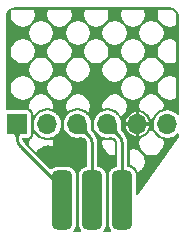
<source format=gbr>
%TF.GenerationSoftware,KiCad,Pcbnew,(6.0.1)*%
%TF.CreationDate,2022-02-07T23:00:35+01:00*%
%TF.ProjectId,pogo,706f676f-2e6b-4696-9361-645f70636258,1.0*%
%TF.SameCoordinates,Original*%
%TF.FileFunction,Copper,L1,Top*%
%TF.FilePolarity,Positive*%
%FSLAX46Y46*%
G04 Gerber Fmt 4.6, Leading zero omitted, Abs format (unit mm)*
G04 Created by KiCad (PCBNEW (6.0.1)) date 2022-02-07 23:00:35*
%MOMM*%
%LPD*%
G01*
G04 APERTURE LIST*
G04 Aperture macros list*
%AMRoundRect*
0 Rectangle with rounded corners*
0 $1 Rounding radius*
0 $2 $3 $4 $5 $6 $7 $8 $9 X,Y pos of 4 corners*
0 Add a 4 corners polygon primitive as box body*
4,1,4,$2,$3,$4,$5,$6,$7,$8,$9,$2,$3,0*
0 Add four circle primitives for the rounded corners*
1,1,$1+$1,$2,$3*
1,1,$1+$1,$4,$5*
1,1,$1+$1,$6,$7*
1,1,$1+$1,$8,$9*
0 Add four rect primitives between the rounded corners*
20,1,$1+$1,$2,$3,$4,$5,0*
20,1,$1+$1,$4,$5,$6,$7,0*
20,1,$1+$1,$6,$7,$8,$9,0*
20,1,$1+$1,$8,$9,$2,$3,0*%
G04 Aperture macros list end*
%TA.AperFunction,SMDPad,CuDef*%
%ADD10RoundRect,0.425000X0.425000X-2.075000X0.425000X2.075000X-0.425000X2.075000X-0.425000X-2.075000X0*%
%TD*%
%TA.AperFunction,ComponentPad*%
%ADD11R,1.700000X1.700000*%
%TD*%
%TA.AperFunction,ComponentPad*%
%ADD12O,1.700000X1.700000*%
%TD*%
%TA.AperFunction,ViaPad*%
%ADD13C,0.600000*%
%TD*%
%TA.AperFunction,Conductor*%
%ADD14C,0.250000*%
%TD*%
G04 APERTURE END LIST*
D10*
%TO.P,J1,1,MISO*%
%TO.N,MOSI*%
X144740000Y-117530000D03*
%TO.P,J1,3,SCK*%
%TO.N,SCK*%
X147280000Y-117530000D03*
%TO.P,J1,5,~{RST}*%
%TO.N,RST*%
X149820000Y-117530000D03*
%TD*%
D11*
%TO.P,J2,1,Pin_1*%
%TO.N,MOSI*%
X140930000Y-111105000D03*
D12*
%TO.P,J2,2,Pin_2*%
%TO.N,MISO*%
X143470000Y-111105000D03*
%TO.P,J2,3,Pin_3*%
%TO.N,SCK*%
X146010000Y-111105000D03*
%TO.P,J2,4,Pin_4*%
%TO.N,RST*%
X148550000Y-111105000D03*
%TO.P,J2,5,Pin_5*%
%TO.N,GND*%
X151090000Y-111105000D03*
%TO.P,J2,6,Pin_6*%
%TO.N,+5V*%
X153630000Y-111105000D03*
%TD*%
D13*
%TO.N,GND*%
X146304000Y-112776000D03*
X143510000Y-114046000D03*
X147574000Y-107950000D03*
%TD*%
D14*
%TO.N,MOSI*%
X144740000Y-116960214D02*
X144740000Y-117530000D01*
X141222893Y-113028893D02*
X144447107Y-116253107D01*
X140930000Y-111105000D02*
X140930000Y-112321786D01*
X141222893Y-113028893D02*
G75*
G02*
X140930000Y-112321786I707106J707106D01*
G01*
X144447107Y-116253107D02*
G75*
G02*
X144740000Y-116960214I-707106J-707106D01*
G01*
%TO.N,SCK*%
X147280000Y-112789214D02*
X147280000Y-117530000D01*
X146010000Y-111105000D02*
X146987107Y-112082107D01*
X147279999Y-112789214D02*
G75*
G03*
X146987106Y-112082108I-999993J3D01*
G01*
%TO.N,RST*%
X148550000Y-111105000D02*
X149527107Y-112082107D01*
X149820000Y-112789214D02*
X149820000Y-117530000D01*
X149527107Y-112082107D02*
G75*
G02*
X149820000Y-112789214I-707106J-707106D01*
G01*
%TD*%
%TA.AperFunction,Conductor*%
%TO.N,GND*%
G36*
X153880126Y-101231124D02*
G01*
X153899999Y-101234628D01*
X153906839Y-101233422D01*
X153926941Y-101232654D01*
X153945791Y-101234511D01*
X154029309Y-101242737D01*
X154043536Y-101245567D01*
X154160904Y-101281170D01*
X154174306Y-101286722D01*
X154282470Y-101344537D01*
X154294532Y-101352596D01*
X154389340Y-101430402D01*
X154399598Y-101440660D01*
X154477404Y-101535468D01*
X154485463Y-101547530D01*
X154543278Y-101655694D01*
X154548830Y-101669096D01*
X154584433Y-101786464D01*
X154587263Y-101800691D01*
X154597346Y-101903058D01*
X154596578Y-101923161D01*
X154595372Y-101930001D01*
X154596496Y-101936375D01*
X154598876Y-101949873D01*
X154600000Y-101962723D01*
X154600000Y-110265619D01*
X154582687Y-110313185D01*
X154538850Y-110338495D01*
X154489000Y-110329705D01*
X154475769Y-110319959D01*
X154335873Y-110190640D01*
X154335869Y-110190637D01*
X154333381Y-110188337D01*
X154293359Y-110163085D01*
X154157415Y-110077310D01*
X154157414Y-110077309D01*
X154154554Y-110075505D01*
X154151412Y-110074251D01*
X154151409Y-110074250D01*
X153961314Y-109998410D01*
X153961311Y-109998409D01*
X153958160Y-109997152D01*
X153801791Y-109966049D01*
X153754099Y-109956562D01*
X153754097Y-109956562D01*
X153750775Y-109955901D01*
X153657571Y-109954681D01*
X153542739Y-109953177D01*
X153542734Y-109953177D01*
X153539346Y-109953133D01*
X153536000Y-109953708D01*
X153535999Y-109953708D01*
X153478864Y-109963526D01*
X153330953Y-109988941D01*
X153132575Y-110062127D01*
X152950856Y-110170238D01*
X152948312Y-110172469D01*
X152948308Y-110172472D01*
X152901640Y-110213399D01*
X152791881Y-110309655D01*
X152789784Y-110312314D01*
X152789783Y-110312316D01*
X152679018Y-110452822D01*
X152660976Y-110475708D01*
X152562523Y-110662836D01*
X152561517Y-110666075D01*
X152561516Y-110666078D01*
X152545117Y-110718891D01*
X152499820Y-110864773D01*
X152474967Y-111074754D01*
X152488796Y-111285749D01*
X152489632Y-111289040D01*
X152489632Y-111289041D01*
X152499486Y-111327842D01*
X152540845Y-111490690D01*
X152542261Y-111493762D01*
X152542263Y-111493767D01*
X152627950Y-111679637D01*
X152629369Y-111682714D01*
X152631327Y-111685484D01*
X152749446Y-111852620D01*
X152749450Y-111852624D01*
X152751405Y-111855391D01*
X152753830Y-111857753D01*
X152753834Y-111857758D01*
X152801377Y-111904072D01*
X152902865Y-112002937D01*
X152905683Y-112004820D01*
X152905688Y-112004824D01*
X153061880Y-112109188D01*
X153078677Y-112120411D01*
X153081791Y-112121749D01*
X153081793Y-112121750D01*
X153194011Y-112169962D01*
X153272953Y-112203878D01*
X153401375Y-112232937D01*
X153466145Y-112247593D01*
X153479186Y-112250544D01*
X153584828Y-112254695D01*
X153687075Y-112258713D01*
X153687079Y-112258713D01*
X153690470Y-112258846D01*
X153782969Y-112245434D01*
X153896368Y-112228992D01*
X153896373Y-112228991D01*
X153899730Y-112228504D01*
X154099955Y-112160537D01*
X154102908Y-112158883D01*
X154102913Y-112158881D01*
X154281480Y-112058878D01*
X154281482Y-112058877D01*
X154284442Y-112057219D01*
X154447012Y-111922012D01*
X154469107Y-111895445D01*
X154512832Y-111869946D01*
X154562720Y-111878518D01*
X154595426Y-111917153D01*
X154600000Y-111942765D01*
X154600000Y-112169962D01*
X154586177Y-112213028D01*
X151104676Y-117077843D01*
X151062915Y-117106449D01*
X151012537Y-117101519D01*
X150977114Y-117065359D01*
X150970499Y-117034777D01*
X150970499Y-115406794D01*
X150960003Y-115305628D01*
X150906463Y-115145148D01*
X150817440Y-115001289D01*
X150756787Y-114940742D01*
X150700753Y-114884805D01*
X150700750Y-114884802D01*
X150697711Y-114881769D01*
X150694055Y-114879515D01*
X150694052Y-114879513D01*
X150557355Y-114795252D01*
X150553697Y-114792997D01*
X150480965Y-114768873D01*
X150396963Y-114741010D01*
X150396960Y-114741009D01*
X150393124Y-114739737D01*
X150345406Y-114734848D01*
X150311958Y-114731421D01*
X150266404Y-114709350D01*
X150245694Y-114663161D01*
X150245500Y-114657806D01*
X150245500Y-114548518D01*
X150443500Y-114548518D01*
X150446332Y-114549207D01*
X150451591Y-114550638D01*
X150455459Y-114551805D01*
X150616032Y-114605065D01*
X150620064Y-114606533D01*
X150625454Y-114608675D01*
X150629398Y-114610377D01*
X150644931Y-114617620D01*
X150648777Y-114619551D01*
X150653883Y-114622304D01*
X150657594Y-114624446D01*
X150801608Y-114713218D01*
X150805194Y-114715574D01*
X150809946Y-114718898D01*
X150813393Y-114721462D01*
X150826843Y-114732084D01*
X150830141Y-114734848D01*
X150834476Y-114738701D01*
X150837595Y-114741639D01*
X150957324Y-114861159D01*
X150960270Y-114864276D01*
X150964131Y-114868605D01*
X150966898Y-114871895D01*
X150977544Y-114885327D01*
X150980109Y-114888763D01*
X150983442Y-114893509D01*
X150985810Y-114897098D01*
X151074833Y-115040957D01*
X151076988Y-115044678D01*
X151079749Y-115049780D01*
X151081681Y-115053610D01*
X151088951Y-115069131D01*
X151090658Y-115073070D01*
X151092809Y-115078455D01*
X151094285Y-115082486D01*
X151134461Y-115202909D01*
X151383505Y-115036502D01*
X151479265Y-114940742D01*
X151683811Y-114634618D01*
X151754188Y-114280808D01*
X151683811Y-113926998D01*
X151479264Y-113620874D01*
X151383505Y-113525114D01*
X151077382Y-113320569D01*
X150723572Y-113250192D01*
X150443500Y-113305902D01*
X150443500Y-114548518D01*
X150245500Y-114548518D01*
X150245500Y-112828526D01*
X150246411Y-112816950D01*
X150249893Y-112794966D01*
X150249893Y-112794965D01*
X150250804Y-112789214D01*
X150247503Y-112768375D01*
X150246752Y-112761651D01*
X150246370Y-112755812D01*
X150244362Y-112725173D01*
X151248590Y-112725173D01*
X151318967Y-113078983D01*
X151523513Y-113385107D01*
X151619273Y-113480867D01*
X151925396Y-113685413D01*
X152279206Y-113755790D01*
X152633016Y-113685413D01*
X152939140Y-113480867D01*
X153034900Y-113385107D01*
X153239446Y-113078983D01*
X153309823Y-112725173D01*
X153245265Y-112400618D01*
X153229255Y-112396995D01*
X153225977Y-112396175D01*
X153221563Y-112394962D01*
X153218308Y-112393986D01*
X153205429Y-112389802D01*
X153202225Y-112388679D01*
X153197937Y-112387065D01*
X153194794Y-112385800D01*
X153000518Y-112302333D01*
X152997426Y-112300919D01*
X152993304Y-112298919D01*
X152990296Y-112297374D01*
X152978395Y-112290912D01*
X152975455Y-112289227D01*
X152971535Y-112286860D01*
X152968674Y-112285042D01*
X152792862Y-112167568D01*
X152790085Y-112165619D01*
X152786398Y-112162903D01*
X152783717Y-112160832D01*
X152773192Y-112152309D01*
X152770613Y-112150121D01*
X152767189Y-112147079D01*
X152764701Y-112144764D01*
X152613241Y-111997218D01*
X152610860Y-111994789D01*
X152607729Y-111991445D01*
X152605476Y-111988926D01*
X152596682Y-111978629D01*
X152594542Y-111976004D01*
X152591731Y-111972390D01*
X152589711Y-111969666D01*
X152467675Y-111796989D01*
X152465784Y-111794179D01*
X152463316Y-111790324D01*
X152461554Y-111787428D01*
X152454782Y-111775700D01*
X152453153Y-111772724D01*
X152451046Y-111768655D01*
X152449556Y-111765608D01*
X152430693Y-111724689D01*
X152279206Y-111694557D01*
X152114315Y-111727356D01*
X152083260Y-111782023D01*
X152081396Y-111785124D01*
X152078778Y-111789249D01*
X152076767Y-111792253D01*
X152068442Y-111804054D01*
X152066288Y-111806954D01*
X152063281Y-111810803D01*
X152060985Y-111813599D01*
X151932843Y-111962053D01*
X151930415Y-111964730D01*
X151927046Y-111968268D01*
X151924488Y-111970827D01*
X151914029Y-111980787D01*
X151911341Y-111983223D01*
X151907643Y-111986414D01*
X151904858Y-111988702D01*
X151750321Y-112109440D01*
X151747425Y-112111591D01*
X151743434Y-112114407D01*
X151740424Y-112116422D01*
X151728230Y-112124161D01*
X151725126Y-112126026D01*
X151720878Y-112128439D01*
X151717694Y-112130147D01*
X151542648Y-112218568D01*
X151539382Y-112220118D01*
X151534917Y-112222106D01*
X151531575Y-112223497D01*
X151518110Y-112228719D01*
X151514708Y-112229944D01*
X151510075Y-112231485D01*
X151506620Y-112232541D01*
X151389962Y-112265113D01*
X151318967Y-112371363D01*
X151248590Y-112725173D01*
X150244362Y-112725173D01*
X150240756Y-112670161D01*
X150236496Y-112605157D01*
X150236496Y-112605153D01*
X150236338Y-112602750D01*
X150231927Y-112580575D01*
X150200356Y-112421857D01*
X150200355Y-112421851D01*
X150199882Y-112419476D01*
X150195789Y-112407418D01*
X150140597Y-112244825D01*
X150140595Y-112244819D01*
X150139817Y-112242528D01*
X150135004Y-112232767D01*
X150072187Y-112105388D01*
X150057169Y-112074934D01*
X149953352Y-111919562D01*
X149848347Y-111799826D01*
X149844128Y-111794546D01*
X149831731Y-111777483D01*
X149815697Y-111765833D01*
X149804000Y-111755256D01*
X149771225Y-111718551D01*
X149765604Y-111711421D01*
X149734136Y-111666024D01*
X149729166Y-111657749D01*
X149723172Y-111646110D01*
X149708860Y-111618320D01*
X149704980Y-111609383D01*
X149692001Y-111573119D01*
X149689429Y-111564208D01*
X149681315Y-111527628D01*
X149679979Y-111519477D01*
X149675702Y-111479508D01*
X149675289Y-111472671D01*
X149674652Y-111427229D01*
X149674761Y-111422051D01*
X149677674Y-111370081D01*
X149677937Y-111366746D01*
X149683930Y-111307725D01*
X149684079Y-111306379D01*
X149687171Y-111280628D01*
X149687404Y-111278871D01*
X149689735Y-111262792D01*
X150099687Y-111262792D01*
X150101366Y-111282786D01*
X150102667Y-111289873D01*
X150154727Y-111471427D01*
X150157377Y-111478122D01*
X150243711Y-111646110D01*
X150247616Y-111652168D01*
X150364930Y-111800182D01*
X150369935Y-111805366D01*
X150513768Y-111927776D01*
X150519687Y-111931890D01*
X150684555Y-112024032D01*
X150691156Y-112026915D01*
X150870780Y-112085278D01*
X150877825Y-112086827D01*
X150927043Y-112092696D01*
X150937400Y-112090267D01*
X150940000Y-112086791D01*
X150940000Y-112083409D01*
X151240000Y-112083409D01*
X151243638Y-112093405D01*
X151247876Y-112095851D01*
X151260877Y-112094851D01*
X151267977Y-112093599D01*
X151449891Y-112042807D01*
X151456599Y-112040206D01*
X151625195Y-111955043D01*
X151631269Y-111951188D01*
X151780104Y-111834905D01*
X151785323Y-111829935D01*
X151908736Y-111686959D01*
X151912885Y-111681079D01*
X152006180Y-111516848D01*
X152009108Y-111510273D01*
X152068725Y-111331056D01*
X152070322Y-111324031D01*
X152077407Y-111267944D01*
X152075051Y-111257573D01*
X152071660Y-111255000D01*
X151253048Y-111255000D01*
X151243052Y-111258638D01*
X151240000Y-111263925D01*
X151240000Y-112083409D01*
X150940000Y-112083409D01*
X150940000Y-111268048D01*
X150936362Y-111258052D01*
X150931075Y-111255000D01*
X150112081Y-111255000D01*
X150102085Y-111258638D01*
X150099687Y-111262792D01*
X149689735Y-111262792D01*
X149703846Y-111165470D01*
X149705429Y-111105000D01*
X149691646Y-110955000D01*
X149690455Y-110942033D01*
X150101965Y-110942033D01*
X150104466Y-110952372D01*
X150108030Y-110955000D01*
X150926952Y-110955000D01*
X150936948Y-110951362D01*
X150940000Y-110946075D01*
X150940000Y-110941952D01*
X151240000Y-110941952D01*
X151243638Y-110951948D01*
X151248925Y-110955000D01*
X152067083Y-110955000D01*
X152077079Y-110951362D01*
X152079383Y-110947371D01*
X152076055Y-110913428D01*
X152074656Y-110906361D01*
X152020065Y-110725549D01*
X152017321Y-110718891D01*
X151928651Y-110552126D01*
X151924665Y-110546127D01*
X151805291Y-110399760D01*
X151800215Y-110394649D01*
X151654694Y-110274263D01*
X151648709Y-110270226D01*
X151482574Y-110180397D01*
X151475936Y-110177607D01*
X151295510Y-110121756D01*
X151288450Y-110120307D01*
X151252976Y-110116578D01*
X151242657Y-110119151D01*
X151240000Y-110122808D01*
X151240000Y-110941952D01*
X150940000Y-110941952D01*
X150940000Y-110127523D01*
X150936362Y-110117527D01*
X150932290Y-110115177D01*
X150905316Y-110117631D01*
X150898238Y-110118982D01*
X150717048Y-110172310D01*
X150710378Y-110175004D01*
X150542994Y-110262510D01*
X150536967Y-110266454D01*
X150389770Y-110384803D01*
X150384623Y-110389844D01*
X150263221Y-110534525D01*
X150259152Y-110540469D01*
X150168159Y-110705984D01*
X150165323Y-110712601D01*
X150108212Y-110892635D01*
X150106716Y-110899674D01*
X150101965Y-110942033D01*
X149690455Y-110942033D01*
X149686392Y-110897819D01*
X149686391Y-110897814D01*
X149686081Y-110894440D01*
X149676801Y-110861533D01*
X149636571Y-110718891D01*
X149628686Y-110690931D01*
X149535165Y-110501290D01*
X149520001Y-110480982D01*
X149410683Y-110334588D01*
X149410682Y-110334587D01*
X149408651Y-110331867D01*
X149320156Y-110250063D01*
X149255873Y-110190640D01*
X149255869Y-110190637D01*
X149253381Y-110188337D01*
X149213359Y-110163085D01*
X149077415Y-110077310D01*
X149077414Y-110077309D01*
X149074554Y-110075505D01*
X149071412Y-110074251D01*
X149071409Y-110074250D01*
X148881314Y-109998410D01*
X148881311Y-109998409D01*
X148878160Y-109997152D01*
X148721791Y-109966049D01*
X148674099Y-109956562D01*
X148674097Y-109956562D01*
X148670775Y-109955901D01*
X148577571Y-109954681D01*
X148462739Y-109953177D01*
X148462734Y-109953177D01*
X148459346Y-109953133D01*
X148456000Y-109953708D01*
X148455999Y-109953708D01*
X148398864Y-109963526D01*
X148250953Y-109988941D01*
X148052575Y-110062127D01*
X147870856Y-110170238D01*
X147868312Y-110172469D01*
X147868308Y-110172472D01*
X147821640Y-110213399D01*
X147711881Y-110309655D01*
X147709784Y-110312314D01*
X147709783Y-110312316D01*
X147599018Y-110452822D01*
X147580976Y-110475708D01*
X147482523Y-110662836D01*
X147481517Y-110666075D01*
X147481516Y-110666078D01*
X147465117Y-110718891D01*
X147419820Y-110864773D01*
X147394967Y-111074754D01*
X147408796Y-111285749D01*
X147409632Y-111289040D01*
X147409632Y-111289041D01*
X147419486Y-111327842D01*
X147460845Y-111490690D01*
X147462261Y-111493762D01*
X147462263Y-111493767D01*
X147547950Y-111679637D01*
X147549369Y-111682714D01*
X147551327Y-111685484D01*
X147669446Y-111852620D01*
X147669450Y-111852624D01*
X147671405Y-111855391D01*
X147673830Y-111857753D01*
X147673834Y-111857758D01*
X147721377Y-111904072D01*
X147822865Y-112002937D01*
X147825683Y-112004820D01*
X147825688Y-112004824D01*
X147981880Y-112109188D01*
X147998677Y-112120411D01*
X148001791Y-112121749D01*
X148001793Y-112121750D01*
X148114011Y-112169962D01*
X148192953Y-112203878D01*
X148321375Y-112232937D01*
X148386145Y-112247593D01*
X148399186Y-112250544D01*
X148504828Y-112254695D01*
X148607075Y-112258713D01*
X148607079Y-112258713D01*
X148610470Y-112258846D01*
X148723871Y-112242404D01*
X148725619Y-112242172D01*
X148731226Y-112241499D01*
X148751379Y-112239079D01*
X148752726Y-112238930D01*
X148811749Y-112232937D01*
X148815083Y-112232674D01*
X148822946Y-112232233D01*
X148867058Y-112229761D01*
X148872223Y-112229652D01*
X148904567Y-112230105D01*
X148906480Y-112230132D01*
X148917674Y-112230289D01*
X148924507Y-112230702D01*
X148931828Y-112231485D01*
X148964474Y-112234978D01*
X148972627Y-112236314D01*
X149009209Y-112244429D01*
X149018119Y-112247001D01*
X149026859Y-112250129D01*
X149050450Y-112258573D01*
X149050454Y-112258575D01*
X149050460Y-112258577D01*
X149050474Y-112258583D01*
X149054382Y-112259981D01*
X149063319Y-112263861D01*
X149102750Y-112284167D01*
X149111021Y-112289134D01*
X149156421Y-112320604D01*
X149163551Y-112326225D01*
X149200256Y-112359000D01*
X149210833Y-112370697D01*
X149222483Y-112386731D01*
X149227194Y-112390154D01*
X149227196Y-112390156D01*
X149231712Y-112393437D01*
X149245418Y-112406358D01*
X149286727Y-112456693D01*
X149293058Y-112464407D01*
X149301116Y-112476468D01*
X149337015Y-112543629D01*
X149347332Y-112562931D01*
X149352884Y-112576334D01*
X149381345Y-112670161D01*
X149384175Y-112684388D01*
X149391535Y-112759118D01*
X149390981Y-112777943D01*
X149389196Y-112789214D01*
X149390107Y-112794965D01*
X149390107Y-112794966D01*
X149393589Y-112816950D01*
X149394500Y-112828526D01*
X149394500Y-114657832D01*
X149377187Y-114705398D01*
X149333350Y-114730708D01*
X149328142Y-114731436D01*
X149245628Y-114739997D01*
X149085148Y-114793537D01*
X148941289Y-114882560D01*
X148893845Y-114930087D01*
X148824805Y-114999247D01*
X148824802Y-114999250D01*
X148821769Y-115002289D01*
X148819515Y-115005945D01*
X148819513Y-115005948D01*
X148754661Y-115111158D01*
X148732997Y-115146303D01*
X148679737Y-115306876D01*
X148669500Y-115406793D01*
X148669501Y-119653206D01*
X148679997Y-119754372D01*
X148733537Y-119914852D01*
X148822560Y-120058711D01*
X148867556Y-120103628D01*
X148888989Y-120149486D01*
X148875931Y-120198391D01*
X148834491Y-120227462D01*
X148815276Y-120230000D01*
X148284674Y-120230000D01*
X148237108Y-120212687D01*
X148211798Y-120168850D01*
X148220588Y-120119000D01*
X148232303Y-120103720D01*
X148275191Y-120060757D01*
X148275194Y-120060754D01*
X148278231Y-120057711D01*
X148280485Y-120054055D01*
X148280487Y-120054052D01*
X148364748Y-119917355D01*
X148367003Y-119913697D01*
X148420263Y-119753124D01*
X148430500Y-119653207D01*
X148430499Y-115406794D01*
X148420003Y-115305628D01*
X148366463Y-115145148D01*
X148277440Y-115001289D01*
X148216787Y-114940742D01*
X148160753Y-114884805D01*
X148160750Y-114884802D01*
X148157711Y-114881769D01*
X148154055Y-114879515D01*
X148154052Y-114879513D01*
X148017355Y-114795252D01*
X148013697Y-114792997D01*
X147940965Y-114768873D01*
X147856963Y-114741010D01*
X147856960Y-114741009D01*
X147853124Y-114739737D01*
X147805406Y-114734848D01*
X147771958Y-114731421D01*
X147726404Y-114709350D01*
X147705694Y-114663161D01*
X147705500Y-114657806D01*
X147705500Y-112828527D01*
X147706411Y-112816951D01*
X147709893Y-112794967D01*
X147709893Y-112794965D01*
X147710804Y-112789215D01*
X147707503Y-112768374D01*
X147706750Y-112761638D01*
X147706099Y-112751696D01*
X147704361Y-112725173D01*
X148137320Y-112725173D01*
X148207697Y-113078983D01*
X148412243Y-113385107D01*
X148508003Y-113480867D01*
X148814127Y-113685413D01*
X149167937Y-113755790D01*
X149196500Y-113750109D01*
X149196500Y-112838283D01*
X149193634Y-112820188D01*
X149192951Y-112814422D01*
X149192335Y-112806600D01*
X149192107Y-112800790D01*
X149192107Y-112777639D01*
X149192335Y-112771836D01*
X149192950Y-112764017D01*
X149193010Y-112763514D01*
X149188325Y-112715948D01*
X149166955Y-112645497D01*
X149132253Y-112580575D01*
X149101932Y-112543629D01*
X149101535Y-112543316D01*
X149095569Y-112538220D01*
X149091305Y-112534279D01*
X149074935Y-112517909D01*
X149070994Y-112513645D01*
X149065898Y-112507679D01*
X149062297Y-112503112D01*
X149058465Y-112497838D01*
X149037357Y-112478989D01*
X149004879Y-112456477D01*
X148979961Y-112443643D01*
X148958725Y-112436043D01*
X148936517Y-112431117D01*
X148909160Y-112428190D01*
X148903700Y-112428113D01*
X148873798Y-112427694D01*
X148828943Y-112430208D01*
X148773855Y-112435802D01*
X148750781Y-112438572D01*
X148638882Y-112454797D01*
X148635503Y-112455208D01*
X148630946Y-112455656D01*
X148627580Y-112455910D01*
X148614057Y-112456619D01*
X148610668Y-112456718D01*
X148606087Y-112456748D01*
X148602697Y-112456693D01*
X148391413Y-112448391D01*
X148388034Y-112448181D01*
X148383470Y-112447792D01*
X148380093Y-112447426D01*
X148366666Y-112445658D01*
X148363318Y-112445139D01*
X148358810Y-112444334D01*
X148355487Y-112443661D01*
X148200301Y-112408546D01*
X148137320Y-112725173D01*
X147704361Y-112725173D01*
X147699210Y-112646593D01*
X147696495Y-112605159D01*
X147696495Y-112605156D01*
X147696337Y-112602751D01*
X147666567Y-112453084D01*
X147660356Y-112421858D01*
X147660355Y-112421855D01*
X147659882Y-112419476D01*
X147648767Y-112386731D01*
X147600594Y-112244819D01*
X147600592Y-112244815D01*
X147599816Y-112242528D01*
X147595003Y-112232767D01*
X147532186Y-112105388D01*
X147517168Y-112074934D01*
X147413351Y-111919562D01*
X147308360Y-111799843D01*
X147304131Y-111794550D01*
X147303862Y-111794179D01*
X147291731Y-111777482D01*
X147287017Y-111774057D01*
X147287016Y-111774056D01*
X147275700Y-111765834D01*
X147264000Y-111755256D01*
X147231225Y-111718552D01*
X147225604Y-111711421D01*
X147194136Y-111666024D01*
X147189166Y-111657749D01*
X147183172Y-111646110D01*
X147168860Y-111618320D01*
X147164980Y-111609383D01*
X147152001Y-111573119D01*
X147149429Y-111564208D01*
X147141315Y-111527628D01*
X147139979Y-111519477D01*
X147135702Y-111479508D01*
X147135289Y-111472671D01*
X147134652Y-111427229D01*
X147134761Y-111422051D01*
X147137674Y-111370081D01*
X147137937Y-111366746D01*
X147143930Y-111307725D01*
X147144079Y-111306379D01*
X147147171Y-111280628D01*
X147147404Y-111278871D01*
X147163846Y-111165470D01*
X147165429Y-111105000D01*
X147151646Y-110955000D01*
X147146392Y-110897819D01*
X147146391Y-110897814D01*
X147146081Y-110894440D01*
X147136801Y-110861533D01*
X147096571Y-110718891D01*
X147088686Y-110690931D01*
X146995165Y-110501290D01*
X146980001Y-110480982D01*
X146870683Y-110334588D01*
X146870682Y-110334587D01*
X146868651Y-110331867D01*
X146780156Y-110250063D01*
X146715873Y-110190640D01*
X146715869Y-110190637D01*
X146713381Y-110188337D01*
X146673359Y-110163085D01*
X146537415Y-110077310D01*
X146537414Y-110077309D01*
X146534554Y-110075505D01*
X146531412Y-110074251D01*
X146531409Y-110074250D01*
X146341314Y-109998410D01*
X146341311Y-109998409D01*
X146338160Y-109997152D01*
X146181791Y-109966049D01*
X146134099Y-109956562D01*
X146134097Y-109956562D01*
X146130775Y-109955901D01*
X146037571Y-109954681D01*
X145922739Y-109953177D01*
X145922734Y-109953177D01*
X145919346Y-109953133D01*
X145916000Y-109953708D01*
X145915999Y-109953708D01*
X145858864Y-109963526D01*
X145710953Y-109988941D01*
X145512575Y-110062127D01*
X145330856Y-110170238D01*
X145328312Y-110172469D01*
X145328308Y-110172472D01*
X145281640Y-110213399D01*
X145171881Y-110309655D01*
X145169784Y-110312314D01*
X145169783Y-110312316D01*
X145059018Y-110452822D01*
X145040976Y-110475708D01*
X144942523Y-110662836D01*
X144941517Y-110666075D01*
X144941516Y-110666078D01*
X144925117Y-110718891D01*
X144879820Y-110864773D01*
X144854967Y-111074754D01*
X144868796Y-111285749D01*
X144869632Y-111289040D01*
X144869632Y-111289041D01*
X144879486Y-111327842D01*
X144920845Y-111490690D01*
X144922261Y-111493762D01*
X144922263Y-111493767D01*
X145007950Y-111679637D01*
X145009369Y-111682714D01*
X145011327Y-111685484D01*
X145129446Y-111852620D01*
X145129450Y-111852624D01*
X145131405Y-111855391D01*
X145133830Y-111857753D01*
X145133834Y-111857758D01*
X145181377Y-111904072D01*
X145282865Y-112002937D01*
X145285683Y-112004820D01*
X145285688Y-112004824D01*
X145441880Y-112109188D01*
X145458677Y-112120411D01*
X145461791Y-112121749D01*
X145461793Y-112121750D01*
X145574011Y-112169962D01*
X145652953Y-112203878D01*
X145781375Y-112232937D01*
X145846145Y-112247593D01*
X145859186Y-112250544D01*
X145964828Y-112254695D01*
X146067075Y-112258713D01*
X146067079Y-112258713D01*
X146070470Y-112258846D01*
X146183871Y-112242404D01*
X146185619Y-112242172D01*
X146191226Y-112241499D01*
X146211379Y-112239079D01*
X146212726Y-112238930D01*
X146271749Y-112232937D01*
X146275083Y-112232674D01*
X146282946Y-112232233D01*
X146327058Y-112229761D01*
X146332223Y-112229652D01*
X146364567Y-112230105D01*
X146366480Y-112230132D01*
X146377674Y-112230289D01*
X146384507Y-112230702D01*
X146391828Y-112231485D01*
X146424474Y-112234978D01*
X146432627Y-112236314D01*
X146469209Y-112244429D01*
X146478119Y-112247001D01*
X146486859Y-112250129D01*
X146510450Y-112258573D01*
X146510454Y-112258575D01*
X146510460Y-112258577D01*
X146510474Y-112258583D01*
X146514382Y-112259981D01*
X146523319Y-112263861D01*
X146562750Y-112284167D01*
X146571021Y-112289134D01*
X146616421Y-112320604D01*
X146623551Y-112326225D01*
X146660256Y-112359000D01*
X146670830Y-112370694D01*
X146682483Y-112386732D01*
X146687195Y-112390155D01*
X146691712Y-112393437D01*
X146705418Y-112406359D01*
X146753057Y-112464407D01*
X146761115Y-112476468D01*
X146797014Y-112543629D01*
X146807331Y-112562931D01*
X146812883Y-112576334D01*
X146841344Y-112670161D01*
X146844174Y-112684387D01*
X146851535Y-112759118D01*
X146850980Y-112777948D01*
X146849196Y-112789213D01*
X146850107Y-112794965D01*
X146853589Y-112816949D01*
X146854500Y-112828525D01*
X146854500Y-114657832D01*
X146837187Y-114705398D01*
X146793350Y-114730708D01*
X146788142Y-114731436D01*
X146705628Y-114739997D01*
X146545148Y-114793537D01*
X146401289Y-114882560D01*
X146353845Y-114930087D01*
X146284805Y-114999247D01*
X146284802Y-114999250D01*
X146281769Y-115002289D01*
X146279515Y-115005945D01*
X146279513Y-115005948D01*
X146214661Y-115111158D01*
X146192997Y-115146303D01*
X146139737Y-115306876D01*
X146129500Y-115406793D01*
X146129501Y-119653206D01*
X146139997Y-119754372D01*
X146193537Y-119914852D01*
X146282560Y-120058711D01*
X146327556Y-120103628D01*
X146348989Y-120149486D01*
X146335931Y-120198391D01*
X146294491Y-120227462D01*
X146275276Y-120230000D01*
X145744674Y-120230000D01*
X145697108Y-120212687D01*
X145671798Y-120168850D01*
X145680588Y-120119000D01*
X145692303Y-120103720D01*
X145735191Y-120060757D01*
X145735194Y-120060754D01*
X145738231Y-120057711D01*
X145740485Y-120054055D01*
X145740487Y-120054052D01*
X145824748Y-119917355D01*
X145827003Y-119913697D01*
X145880263Y-119753124D01*
X145890500Y-119653207D01*
X145890499Y-115406794D01*
X145880003Y-115305628D01*
X145826463Y-115145148D01*
X145737440Y-115001289D01*
X145676787Y-114940742D01*
X145620753Y-114884805D01*
X145620750Y-114884802D01*
X145617711Y-114881769D01*
X145614055Y-114879515D01*
X145614052Y-114879513D01*
X145477355Y-114795252D01*
X145473697Y-114792997D01*
X145400965Y-114768873D01*
X145316963Y-114741010D01*
X145316960Y-114741009D01*
X145313124Y-114739737D01*
X145213207Y-114729500D01*
X144741993Y-114729500D01*
X144266794Y-114729501D01*
X144165628Y-114739997D01*
X144005148Y-114793537D01*
X143861289Y-114882560D01*
X143858251Y-114885604D01*
X143858249Y-114885605D01*
X143822203Y-114921713D01*
X143776346Y-114943146D01*
X143727440Y-114930087D01*
X143717506Y-114921759D01*
X141551560Y-112755812D01*
X141544019Y-112746982D01*
X141530938Y-112728978D01*
X141528174Y-112725173D01*
X141914781Y-112725173D01*
X141943049Y-112867287D01*
X142542656Y-113466895D01*
X142572412Y-113412771D01*
X142580571Y-113400855D01*
X142713262Y-113242719D01*
X142723580Y-113232614D01*
X142884460Y-113103263D01*
X142896545Y-113095355D01*
X143079486Y-112999716D01*
X143092877Y-112994306D01*
X143290909Y-112936022D01*
X143305095Y-112933316D01*
X143510677Y-112914607D01*
X143525119Y-112914707D01*
X143730420Y-112936285D01*
X143744567Y-112939189D01*
X143922487Y-112994264D01*
X143976013Y-112725173D01*
X143907484Y-112380657D01*
X143803374Y-112415997D01*
X143800139Y-112417013D01*
X143795739Y-112418285D01*
X143792462Y-112419152D01*
X143779295Y-112422313D01*
X143775983Y-112423028D01*
X143771486Y-112423892D01*
X143768143Y-112424455D01*
X143558883Y-112454797D01*
X143555504Y-112455208D01*
X143550947Y-112455656D01*
X143547581Y-112455910D01*
X143534057Y-112456619D01*
X143530668Y-112456718D01*
X143526087Y-112456748D01*
X143522697Y-112456693D01*
X143311413Y-112448391D01*
X143308034Y-112448181D01*
X143303470Y-112447792D01*
X143300093Y-112447426D01*
X143286666Y-112445658D01*
X143283318Y-112445139D01*
X143278810Y-112444334D01*
X143275487Y-112443661D01*
X143069254Y-112396995D01*
X143065977Y-112396175D01*
X143061563Y-112394962D01*
X143058308Y-112393986D01*
X143045429Y-112389802D01*
X143042225Y-112388679D01*
X143037937Y-112387065D01*
X143034794Y-112385800D01*
X142840518Y-112302333D01*
X142837426Y-112300919D01*
X142833304Y-112298919D01*
X142830296Y-112297374D01*
X142818395Y-112290912D01*
X142815455Y-112289227D01*
X142811535Y-112286860D01*
X142808674Y-112285042D01*
X142632862Y-112167568D01*
X142630085Y-112165619D01*
X142626398Y-112162903D01*
X142623717Y-112160832D01*
X142613192Y-112152309D01*
X142610613Y-112150121D01*
X142607189Y-112147079D01*
X142604701Y-112144764D01*
X142453241Y-111997218D01*
X142450860Y-111994789D01*
X142447729Y-111991445D01*
X142445476Y-111988926D01*
X142436682Y-111978629D01*
X142434542Y-111976004D01*
X142431731Y-111972390D01*
X142429710Y-111969666D01*
X142383353Y-111904072D01*
X142285463Y-111969480D01*
X142278500Y-111976443D01*
X142278500Y-111999646D01*
X142278469Y-112001788D01*
X142278385Y-112004689D01*
X142278291Y-112006840D01*
X142277793Y-112015409D01*
X142277638Y-112017546D01*
X142277386Y-112020435D01*
X142277168Y-112022574D01*
X142274174Y-112048255D01*
X142273325Y-112053741D01*
X142271901Y-112061102D01*
X142270643Y-112066510D01*
X142264822Y-112087863D01*
X142263158Y-112093170D01*
X142260648Y-112100236D01*
X142258598Y-112105388D01*
X142213333Y-112207774D01*
X142210298Y-112213865D01*
X142205823Y-112221898D01*
X142202234Y-112227695D01*
X142186924Y-112250053D01*
X142182821Y-112255489D01*
X142176952Y-112262564D01*
X142172369Y-112267598D01*
X142093281Y-112346824D01*
X142088253Y-112351418D01*
X142081188Y-112357299D01*
X142075760Y-112361410D01*
X142053428Y-112376759D01*
X142047642Y-112380355D01*
X142039618Y-112384844D01*
X142033529Y-112387892D01*
X141976863Y-112413062D01*
X141914781Y-112725173D01*
X141528174Y-112725173D01*
X141527517Y-112724269D01*
X141522810Y-112720849D01*
X141522807Y-112720846D01*
X141518288Y-112717563D01*
X141504581Y-112704641D01*
X141482007Y-112677134D01*
X141456942Y-112646592D01*
X141448883Y-112634531D01*
X141402667Y-112548065D01*
X141397116Y-112534666D01*
X141368655Y-112440839D01*
X141365825Y-112426612D01*
X141358465Y-112351882D01*
X141359019Y-112333057D01*
X141360277Y-112325112D01*
X141360804Y-112321789D01*
X141362596Y-112322073D01*
X141377206Y-112281934D01*
X141421043Y-112256624D01*
X141433893Y-112255500D01*
X141824646Y-112255500D01*
X141850846Y-112252382D01*
X141953153Y-112206939D01*
X142032241Y-112127713D01*
X142035470Y-112120411D01*
X142075256Y-112030417D01*
X142075256Y-112030415D01*
X142077506Y-112025327D01*
X142078663Y-112015409D01*
X142080252Y-112001775D01*
X142080252Y-112001771D01*
X142080500Y-111999646D01*
X142080500Y-111074754D01*
X142314967Y-111074754D01*
X142328796Y-111285749D01*
X142329632Y-111289040D01*
X142329632Y-111289041D01*
X142339486Y-111327842D01*
X142380845Y-111490690D01*
X142382261Y-111493762D01*
X142382263Y-111493767D01*
X142467950Y-111679637D01*
X142469369Y-111682714D01*
X142471327Y-111685484D01*
X142589446Y-111852620D01*
X142589450Y-111852624D01*
X142591405Y-111855391D01*
X142593830Y-111857753D01*
X142593834Y-111857758D01*
X142641377Y-111904072D01*
X142742865Y-112002937D01*
X142745683Y-112004820D01*
X142745688Y-112004824D01*
X142901880Y-112109188D01*
X142918677Y-112120411D01*
X142921791Y-112121749D01*
X142921793Y-112121750D01*
X143034011Y-112169962D01*
X143112953Y-112203878D01*
X143241375Y-112232937D01*
X143306145Y-112247593D01*
X143319186Y-112250544D01*
X143424828Y-112254695D01*
X143527075Y-112258713D01*
X143527079Y-112258713D01*
X143530470Y-112258846D01*
X143622969Y-112245434D01*
X143736368Y-112228992D01*
X143736373Y-112228991D01*
X143739730Y-112228504D01*
X143939955Y-112160537D01*
X143942908Y-112158883D01*
X143942913Y-112158881D01*
X144121480Y-112058878D01*
X144121482Y-112058877D01*
X144124442Y-112057219D01*
X144287012Y-111922012D01*
X144422219Y-111759442D01*
X144445119Y-111718551D01*
X144523881Y-111577913D01*
X144523883Y-111577908D01*
X144525537Y-111574955D01*
X144593504Y-111374730D01*
X144593991Y-111371373D01*
X144593992Y-111371368D01*
X144623533Y-111167629D01*
X144623533Y-111167628D01*
X144623846Y-111165470D01*
X144625429Y-111105000D01*
X144611646Y-110955000D01*
X144606392Y-110897819D01*
X144606391Y-110897814D01*
X144606081Y-110894440D01*
X144596801Y-110861533D01*
X144556571Y-110718891D01*
X144548686Y-110690931D01*
X144455165Y-110501290D01*
X144440001Y-110480982D01*
X144330683Y-110334588D01*
X144330682Y-110334587D01*
X144328651Y-110331867D01*
X144240156Y-110250063D01*
X144175873Y-110190640D01*
X144175869Y-110190637D01*
X144173381Y-110188337D01*
X144133359Y-110163085D01*
X143997415Y-110077310D01*
X143997414Y-110077309D01*
X143994554Y-110075505D01*
X143991412Y-110074251D01*
X143991409Y-110074250D01*
X143801314Y-109998410D01*
X143801311Y-109998409D01*
X143798160Y-109997152D01*
X143641791Y-109966049D01*
X143594099Y-109956562D01*
X143594097Y-109956562D01*
X143590775Y-109955901D01*
X143497571Y-109954681D01*
X143382739Y-109953177D01*
X143382734Y-109953177D01*
X143379346Y-109953133D01*
X143376000Y-109953708D01*
X143375999Y-109953708D01*
X143318864Y-109963526D01*
X143170953Y-109988941D01*
X142972575Y-110062127D01*
X142790856Y-110170238D01*
X142788312Y-110172469D01*
X142788308Y-110172472D01*
X142741640Y-110213399D01*
X142631881Y-110309655D01*
X142629784Y-110312314D01*
X142629783Y-110312316D01*
X142519018Y-110452822D01*
X142500976Y-110475708D01*
X142402523Y-110662836D01*
X142401517Y-110666075D01*
X142401516Y-110666078D01*
X142385117Y-110718891D01*
X142339820Y-110864773D01*
X142314967Y-111074754D01*
X142080500Y-111074754D01*
X142080500Y-110210354D01*
X142077382Y-110184154D01*
X142031939Y-110081847D01*
X141952713Y-110002759D01*
X141946465Y-109999997D01*
X141946464Y-109999996D01*
X141855417Y-109959744D01*
X141855415Y-109959744D01*
X141850327Y-109957494D01*
X141844799Y-109956850D01*
X141844797Y-109956849D01*
X141826775Y-109954748D01*
X141826771Y-109954748D01*
X141824646Y-109954500D01*
X140035354Y-109954500D01*
X140035354Y-109953552D01*
X139989860Y-109939974D01*
X139962009Y-109897706D01*
X139960000Y-109880580D01*
X139960000Y-109613904D01*
X141914781Y-109613904D01*
X141948715Y-109784504D01*
X142032774Y-109821667D01*
X142038865Y-109824702D01*
X142046898Y-109829177D01*
X142052695Y-109832766D01*
X142075053Y-109848076D01*
X142080489Y-109852179D01*
X142087564Y-109858048D01*
X142092598Y-109862631D01*
X142171824Y-109941719D01*
X142176418Y-109946747D01*
X142182299Y-109953812D01*
X142186410Y-109959240D01*
X142201759Y-109981572D01*
X142205355Y-109987358D01*
X142209844Y-109995382D01*
X142212892Y-110001472D01*
X142258335Y-110103779D01*
X142260394Y-110108927D01*
X142262911Y-110115974D01*
X142264577Y-110121255D01*
X142270429Y-110142549D01*
X142271695Y-110147934D01*
X142273133Y-110155275D01*
X142273994Y-110160755D01*
X142277112Y-110186955D01*
X142277340Y-110189147D01*
X142277602Y-110192094D01*
X142277763Y-110194263D01*
X142278282Y-110203008D01*
X142278379Y-110205194D01*
X142278467Y-110208156D01*
X142278500Y-110210354D01*
X142278500Y-110362634D01*
X142285462Y-110369596D01*
X142320688Y-110393134D01*
X142325749Y-110383515D01*
X142327395Y-110380554D01*
X142329710Y-110376604D01*
X142331491Y-110373719D01*
X142338866Y-110362362D01*
X142340773Y-110359567D01*
X142343441Y-110355843D01*
X142345482Y-110353127D01*
X142476387Y-110187074D01*
X142478554Y-110184452D01*
X142481552Y-110180989D01*
X142483822Y-110178485D01*
X142493144Y-110168662D01*
X142495531Y-110166259D01*
X142498832Y-110163085D01*
X142501330Y-110160791D01*
X142660305Y-110021374D01*
X142662903Y-110019199D01*
X142666481Y-110016340D01*
X142669179Y-110014284D01*
X142680135Y-110006324D01*
X142682923Y-110004394D01*
X142686747Y-110001875D01*
X142689619Y-110000076D01*
X142871338Y-109891965D01*
X142874296Y-109890296D01*
X142878336Y-109888137D01*
X142881356Y-109886611D01*
X142893579Y-109880781D01*
X142896658Y-109879397D01*
X142900877Y-109877616D01*
X142904043Y-109876365D01*
X143102421Y-109803179D01*
X143105639Y-109802075D01*
X143110004Y-109800689D01*
X143113247Y-109799740D01*
X143126328Y-109796235D01*
X143129615Y-109795435D01*
X143134089Y-109794453D01*
X143137422Y-109793801D01*
X143345815Y-109757993D01*
X143349164Y-109757496D01*
X143353706Y-109756928D01*
X143357081Y-109756584D01*
X143370582Y-109755521D01*
X143373968Y-109755333D01*
X143378548Y-109755183D01*
X143381939Y-109755149D01*
X143593368Y-109757917D01*
X143596761Y-109758040D01*
X143601334Y-109758310D01*
X143604710Y-109758587D01*
X143618178Y-109760003D01*
X143621545Y-109760435D01*
X143626071Y-109761122D01*
X143629403Y-109761706D01*
X143836788Y-109802957D01*
X143840089Y-109803692D01*
X143844536Y-109804790D01*
X143847815Y-109805680D01*
X143860799Y-109809526D01*
X143864034Y-109810566D01*
X143868361Y-109812067D01*
X143871530Y-109813248D01*
X143931594Y-109837211D01*
X143976013Y-109613904D01*
X145026050Y-109613904D01*
X145096427Y-109967714D01*
X145157415Y-110058988D01*
X145200305Y-110021374D01*
X145202903Y-110019199D01*
X145206481Y-110016340D01*
X145209179Y-110014284D01*
X145220135Y-110006324D01*
X145222923Y-110004394D01*
X145226747Y-110001875D01*
X145229619Y-110000076D01*
X145411338Y-109891965D01*
X145414296Y-109890296D01*
X145418336Y-109888137D01*
X145421356Y-109886611D01*
X145433579Y-109880781D01*
X145436658Y-109879397D01*
X145440877Y-109877616D01*
X145444043Y-109876365D01*
X145642421Y-109803179D01*
X145645639Y-109802075D01*
X145650004Y-109800689D01*
X145653247Y-109799740D01*
X145666328Y-109796235D01*
X145669615Y-109795435D01*
X145674089Y-109794453D01*
X145677422Y-109793801D01*
X145885815Y-109757993D01*
X145889164Y-109757496D01*
X145893706Y-109756928D01*
X145897081Y-109756584D01*
X145910582Y-109755521D01*
X145913968Y-109755333D01*
X145918548Y-109755183D01*
X145921939Y-109755149D01*
X146133368Y-109757917D01*
X146136761Y-109758040D01*
X146141334Y-109758310D01*
X146144710Y-109758587D01*
X146158178Y-109760003D01*
X146161545Y-109760435D01*
X146166071Y-109761122D01*
X146169403Y-109761706D01*
X146376788Y-109802957D01*
X146380089Y-109803692D01*
X146384536Y-109804790D01*
X146387815Y-109805680D01*
X146400799Y-109809526D01*
X146404034Y-109810566D01*
X146408361Y-109812067D01*
X146411530Y-109813248D01*
X146607924Y-109891601D01*
X146611038Y-109892927D01*
X146615208Y-109894816D01*
X146618266Y-109896287D01*
X146630333Y-109902435D01*
X146633320Y-109904044D01*
X146637303Y-109906309D01*
X146640211Y-109908051D01*
X146819038Y-110020883D01*
X146821860Y-110022756D01*
X146825618Y-110025375D01*
X146828358Y-110027379D01*
X146839101Y-110035623D01*
X146841743Y-110037749D01*
X146845244Y-110040700D01*
X146847783Y-110042941D01*
X146921258Y-110110861D01*
X147016906Y-109967714D01*
X147087283Y-109613904D01*
X148137320Y-109613904D01*
X148175479Y-109805740D01*
X148182421Y-109803179D01*
X148185639Y-109802075D01*
X148190004Y-109800689D01*
X148193247Y-109799740D01*
X148206328Y-109796235D01*
X148209615Y-109795435D01*
X148214089Y-109794453D01*
X148217422Y-109793801D01*
X148425815Y-109757993D01*
X148429164Y-109757496D01*
X148433706Y-109756928D01*
X148437081Y-109756584D01*
X148450582Y-109755521D01*
X148453968Y-109755333D01*
X148458548Y-109755183D01*
X148461939Y-109755149D01*
X148673368Y-109757917D01*
X148676761Y-109758040D01*
X148681334Y-109758310D01*
X148684710Y-109758587D01*
X148698178Y-109760003D01*
X148701545Y-109760435D01*
X148706071Y-109761122D01*
X148709403Y-109761706D01*
X148916788Y-109802957D01*
X148920089Y-109803692D01*
X148924536Y-109804790D01*
X148927815Y-109805680D01*
X148940799Y-109809526D01*
X148944034Y-109810566D01*
X148948361Y-109812067D01*
X148951530Y-109813248D01*
X149147924Y-109891601D01*
X149151038Y-109892927D01*
X149155208Y-109894816D01*
X149158266Y-109896287D01*
X149170333Y-109902435D01*
X149173320Y-109904044D01*
X149177303Y-109906309D01*
X149180211Y-109908051D01*
X149359038Y-110020883D01*
X149361860Y-110022756D01*
X149365618Y-110025375D01*
X149368358Y-110027379D01*
X149379101Y-110035623D01*
X149381743Y-110037749D01*
X149385244Y-110040700D01*
X149387783Y-110042941D01*
X149543053Y-110186471D01*
X149545486Y-110188826D01*
X149548703Y-110192085D01*
X149551031Y-110194553D01*
X149560093Y-110204617D01*
X149562304Y-110207189D01*
X149565210Y-110210730D01*
X149567300Y-110213399D01*
X149693814Y-110382822D01*
X149695780Y-110385585D01*
X149698349Y-110389376D01*
X149700185Y-110392224D01*
X149707261Y-110403771D01*
X149708962Y-110406693D01*
X149711174Y-110410703D01*
X149712746Y-110413716D01*
X149724914Y-110438390D01*
X149827870Y-110369597D01*
X149923630Y-110273837D01*
X150128176Y-109967714D01*
X150198553Y-109613904D01*
X151248590Y-109613904D01*
X151310172Y-109923498D01*
X151312748Y-109923769D01*
X151316330Y-109924235D01*
X151321157Y-109924982D01*
X151324720Y-109925622D01*
X151338867Y-109928526D01*
X151342394Y-109929341D01*
X151347125Y-109930556D01*
X151350600Y-109931539D01*
X151537940Y-109989530D01*
X151541363Y-109990682D01*
X151545955Y-109992353D01*
X151549328Y-109993675D01*
X151562642Y-109999272D01*
X151565950Y-110000759D01*
X151570354Y-110002870D01*
X151573564Y-110004506D01*
X151746072Y-110097781D01*
X151749200Y-110099572D01*
X151753379Y-110102102D01*
X151756436Y-110104056D01*
X151768409Y-110112132D01*
X151771358Y-110114228D01*
X151775269Y-110117154D01*
X151778108Y-110119389D01*
X151929213Y-110244394D01*
X151931945Y-110246769D01*
X151935552Y-110250063D01*
X151938158Y-110252562D01*
X151948335Y-110262810D01*
X151950823Y-110265441D01*
X151954092Y-110269072D01*
X151956443Y-110271815D01*
X152080391Y-110423790D01*
X152082607Y-110426646D01*
X152085506Y-110430578D01*
X152087580Y-110433541D01*
X152095572Y-110445570D01*
X152097497Y-110448627D01*
X152099998Y-110452822D01*
X152101775Y-110455975D01*
X152192898Y-110627353D01*
X152279206Y-110644520D01*
X152366263Y-110627204D01*
X152373430Y-110604121D01*
X152374507Y-110600911D01*
X152376063Y-110596606D01*
X152377289Y-110593444D01*
X152382471Y-110580932D01*
X152383842Y-110577825D01*
X152385788Y-110573676D01*
X152387296Y-110570643D01*
X152485749Y-110383515D01*
X152487395Y-110380554D01*
X152489710Y-110376604D01*
X152491491Y-110373719D01*
X152498866Y-110362362D01*
X152500773Y-110359567D01*
X152503441Y-110355843D01*
X152505482Y-110353127D01*
X152636387Y-110187074D01*
X152638554Y-110184452D01*
X152641552Y-110180989D01*
X152643822Y-110178485D01*
X152653144Y-110168662D01*
X152655531Y-110166259D01*
X152658832Y-110163085D01*
X152661330Y-110160791D01*
X152820305Y-110021374D01*
X152822903Y-110019199D01*
X152826481Y-110016340D01*
X152829179Y-110014284D01*
X152840135Y-110006324D01*
X152842923Y-110004394D01*
X152846747Y-110001875D01*
X152849619Y-110000076D01*
X153031338Y-109891965D01*
X153034296Y-109890296D01*
X153038336Y-109888137D01*
X153041356Y-109886611D01*
X153053579Y-109880781D01*
X153056658Y-109879397D01*
X153060877Y-109877616D01*
X153064043Y-109876365D01*
X153262421Y-109803179D01*
X153265639Y-109802075D01*
X153270004Y-109800689D01*
X153272834Y-109799861D01*
X153309823Y-109613904D01*
X153239446Y-109260093D01*
X153034900Y-108953970D01*
X152939140Y-108858210D01*
X152633016Y-108653664D01*
X152279206Y-108583287D01*
X151925396Y-108653664D01*
X151619273Y-108858210D01*
X151523513Y-108953970D01*
X151318967Y-109260093D01*
X151248590Y-109613904D01*
X150198553Y-109613904D01*
X150128176Y-109260093D01*
X149923630Y-108953970D01*
X149827870Y-108858210D01*
X149521747Y-108653664D01*
X149167937Y-108583287D01*
X148814127Y-108653664D01*
X148508003Y-108858210D01*
X148412243Y-108953970D01*
X148207697Y-109260093D01*
X148137320Y-109613904D01*
X147087283Y-109613904D01*
X147016906Y-109260093D01*
X146812360Y-108953969D01*
X146716601Y-108858210D01*
X146410477Y-108653664D01*
X146056667Y-108583287D01*
X145702857Y-108653664D01*
X145396733Y-108858210D01*
X145300973Y-108953970D01*
X145096427Y-109260093D01*
X145026050Y-109613904D01*
X143976013Y-109613904D01*
X143905636Y-109260093D01*
X143701090Y-108953969D01*
X143605331Y-108858210D01*
X143299207Y-108653664D01*
X142945397Y-108583287D01*
X142591587Y-108653664D01*
X142285463Y-108858210D01*
X142189703Y-108953970D01*
X141985157Y-109260093D01*
X141914781Y-109613904D01*
X139960000Y-109613904D01*
X139960000Y-108058269D01*
X140359146Y-108058269D01*
X140429522Y-108412079D01*
X140634068Y-108718202D01*
X140729828Y-108813962D01*
X141035952Y-109018508D01*
X141389762Y-109088885D01*
X141743572Y-109018508D01*
X142049696Y-108813962D01*
X142145456Y-108718202D01*
X142350002Y-108412079D01*
X142420378Y-108058269D01*
X143470416Y-108058269D01*
X143540792Y-108412079D01*
X143745338Y-108718202D01*
X143841098Y-108813962D01*
X144147222Y-109018508D01*
X144501032Y-109088885D01*
X144854842Y-109018508D01*
X145160966Y-108813962D01*
X145256725Y-108718203D01*
X145461271Y-108412079D01*
X145531648Y-108058269D01*
X149692955Y-108058269D01*
X149763332Y-108412079D01*
X149967878Y-108718202D01*
X150063638Y-108813962D01*
X150369761Y-109018508D01*
X150723572Y-109088885D01*
X151077382Y-109018508D01*
X151383505Y-108813962D01*
X151479265Y-108718202D01*
X151683811Y-108412079D01*
X151754188Y-108058269D01*
X152804225Y-108058269D01*
X152874602Y-108412079D01*
X153079148Y-108718202D01*
X153174908Y-108813962D01*
X153481031Y-109018508D01*
X153834841Y-109088885D01*
X154188651Y-109018508D01*
X154402000Y-108875952D01*
X154402000Y-107240585D01*
X154188651Y-107098029D01*
X153834841Y-107027652D01*
X153481031Y-107098029D01*
X153174908Y-107302575D01*
X153079148Y-107398335D01*
X152874602Y-107704459D01*
X152804225Y-108058269D01*
X151754188Y-108058269D01*
X151683811Y-107704459D01*
X151479265Y-107398335D01*
X151383505Y-107302575D01*
X151077382Y-107098029D01*
X150723572Y-107027652D01*
X150369761Y-107098029D01*
X150063638Y-107302575D01*
X149967878Y-107398335D01*
X149763332Y-107704459D01*
X149692955Y-108058269D01*
X145531648Y-108058269D01*
X145461271Y-107704459D01*
X145256725Y-107398334D01*
X145160966Y-107302575D01*
X144854842Y-107098029D01*
X144501032Y-107027652D01*
X144147222Y-107098029D01*
X143841098Y-107302575D01*
X143745338Y-107398335D01*
X143540792Y-107704459D01*
X143470416Y-108058269D01*
X142420378Y-108058269D01*
X142350002Y-107704459D01*
X142145456Y-107398335D01*
X142049696Y-107302575D01*
X141743572Y-107098029D01*
X141389762Y-107027652D01*
X141035952Y-107098029D01*
X140729828Y-107302575D01*
X140634068Y-107398335D01*
X140429522Y-107704459D01*
X140359146Y-108058269D01*
X139960000Y-108058269D01*
X139960000Y-106502634D01*
X141914781Y-106502634D01*
X141985157Y-106856444D01*
X142189703Y-107162567D01*
X142285463Y-107258327D01*
X142591587Y-107462873D01*
X142945397Y-107533250D01*
X143299207Y-107462873D01*
X143605331Y-107258327D01*
X143701090Y-107162568D01*
X143905636Y-106856444D01*
X143976013Y-106502634D01*
X145026050Y-106502634D01*
X145096427Y-106856444D01*
X145300973Y-107162567D01*
X145396733Y-107258327D01*
X145702857Y-107462873D01*
X146056667Y-107533250D01*
X146410477Y-107462873D01*
X146642550Y-107307806D01*
X146644571Y-107304855D01*
X146777262Y-107146719D01*
X146787580Y-107136614D01*
X146878602Y-107063431D01*
X147016906Y-106856444D01*
X147087283Y-106502634D01*
X148137320Y-106502634D01*
X148207697Y-106856444D01*
X148412243Y-107162567D01*
X148508003Y-107258327D01*
X148814127Y-107462873D01*
X149167937Y-107533250D01*
X149521747Y-107462873D01*
X149827870Y-107258327D01*
X149923630Y-107162567D01*
X150128176Y-106856444D01*
X150198553Y-106502634D01*
X151248590Y-106502634D01*
X151318967Y-106856444D01*
X151523513Y-107162567D01*
X151619273Y-107258327D01*
X151925396Y-107462873D01*
X152279206Y-107533250D01*
X152633016Y-107462873D01*
X152939140Y-107258327D01*
X153034900Y-107162567D01*
X153239446Y-106856444D01*
X153309823Y-106502634D01*
X153239446Y-106148824D01*
X153034900Y-105842700D01*
X152939140Y-105746940D01*
X152633016Y-105542394D01*
X152279206Y-105472017D01*
X151925396Y-105542394D01*
X151619273Y-105746940D01*
X151523513Y-105842700D01*
X151318967Y-106148824D01*
X151248590Y-106502634D01*
X150198553Y-106502634D01*
X150128176Y-106148824D01*
X149923630Y-105842700D01*
X149827870Y-105746940D01*
X149521747Y-105542394D01*
X149167937Y-105472017D01*
X148814127Y-105542394D01*
X148508003Y-105746940D01*
X148412243Y-105842700D01*
X148207697Y-106148824D01*
X148137320Y-106502634D01*
X147087283Y-106502634D01*
X147016906Y-106148824D01*
X146812360Y-105842699D01*
X146716601Y-105746940D01*
X146410477Y-105542394D01*
X146056667Y-105472017D01*
X145702857Y-105542394D01*
X145396733Y-105746940D01*
X145300973Y-105842700D01*
X145096427Y-106148824D01*
X145026050Y-106502634D01*
X143976013Y-106502634D01*
X143905636Y-106148824D01*
X143701090Y-105842699D01*
X143605331Y-105746940D01*
X143299207Y-105542394D01*
X142945397Y-105472017D01*
X142591587Y-105542394D01*
X142285463Y-105746940D01*
X142189703Y-105842700D01*
X141985157Y-106148824D01*
X141914781Y-106502634D01*
X139960000Y-106502634D01*
X139960000Y-104946999D01*
X140359146Y-104946999D01*
X140429522Y-105300809D01*
X140634068Y-105606933D01*
X140729827Y-105702692D01*
X141035952Y-105907238D01*
X141389762Y-105977615D01*
X141743572Y-105907238D01*
X142049697Y-105702692D01*
X142145456Y-105606933D01*
X142350002Y-105300809D01*
X142420378Y-104946999D01*
X143470416Y-104946999D01*
X143540792Y-105300809D01*
X143745338Y-105606933D01*
X143841097Y-105702692D01*
X144147222Y-105907238D01*
X144501032Y-105977615D01*
X144854842Y-105907238D01*
X145160967Y-105702692D01*
X145256725Y-105606934D01*
X145461271Y-105300809D01*
X145531648Y-104946999D01*
X146581685Y-104946999D01*
X146652062Y-105300809D01*
X146856608Y-105606933D01*
X146952367Y-105702692D01*
X147258492Y-105907238D01*
X147612302Y-105977615D01*
X147966112Y-105907238D01*
X148272236Y-105702692D01*
X148367995Y-105606933D01*
X148572541Y-105300809D01*
X148642918Y-104946999D01*
X149692955Y-104946999D01*
X149763332Y-105300809D01*
X149967878Y-105606933D01*
X150063637Y-105702692D01*
X150369761Y-105907238D01*
X150723572Y-105977615D01*
X151077382Y-105907238D01*
X151383506Y-105702692D01*
X151479265Y-105606933D01*
X151683811Y-105300809D01*
X151754188Y-104946999D01*
X152804225Y-104946999D01*
X152874602Y-105300809D01*
X153079148Y-105606933D01*
X153174907Y-105702692D01*
X153481031Y-105907238D01*
X153834841Y-105977615D01*
X154188651Y-105907238D01*
X154402000Y-105764683D01*
X154402000Y-104129315D01*
X154188651Y-103986759D01*
X153834841Y-103916382D01*
X153481031Y-103986759D01*
X153174908Y-104191305D01*
X153079148Y-104287065D01*
X152874602Y-104593189D01*
X152804225Y-104946999D01*
X151754188Y-104946999D01*
X151683811Y-104593189D01*
X151479265Y-104287065D01*
X151383505Y-104191305D01*
X151077382Y-103986759D01*
X150723572Y-103916382D01*
X150369761Y-103986759D01*
X150063638Y-104191305D01*
X149967878Y-104287065D01*
X149763332Y-104593189D01*
X149692955Y-104946999D01*
X148642918Y-104946999D01*
X148572541Y-104593189D01*
X148367995Y-104287065D01*
X148272235Y-104191305D01*
X147966112Y-103986759D01*
X147612302Y-103916382D01*
X147258492Y-103986759D01*
X146952368Y-104191305D01*
X146856608Y-104287065D01*
X146652062Y-104593189D01*
X146581685Y-104946999D01*
X145531648Y-104946999D01*
X145461271Y-104593189D01*
X145256725Y-104287064D01*
X145160966Y-104191305D01*
X144854842Y-103986759D01*
X144501032Y-103916382D01*
X144147222Y-103986759D01*
X143841098Y-104191305D01*
X143745338Y-104287065D01*
X143540792Y-104593189D01*
X143470416Y-104946999D01*
X142420378Y-104946999D01*
X142350002Y-104593189D01*
X142145456Y-104287065D01*
X142049696Y-104191305D01*
X141743572Y-103986759D01*
X141389762Y-103916382D01*
X141035952Y-103986759D01*
X140729828Y-104191305D01*
X140634068Y-104287065D01*
X140429522Y-104593189D01*
X140359146Y-104946999D01*
X139960000Y-104946999D01*
X139960000Y-103391364D01*
X141914781Y-103391364D01*
X141985157Y-103745174D01*
X142189703Y-104051298D01*
X142285462Y-104147057D01*
X142591587Y-104351603D01*
X142945397Y-104421980D01*
X143299207Y-104351603D01*
X143605332Y-104147057D01*
X143701090Y-104051299D01*
X143905636Y-103745174D01*
X143976013Y-103391364D01*
X145026050Y-103391364D01*
X145096427Y-103745174D01*
X145300973Y-104051298D01*
X145396732Y-104147057D01*
X145702857Y-104351603D01*
X146056667Y-104421980D01*
X146410477Y-104351603D01*
X146716602Y-104147057D01*
X146812360Y-104051299D01*
X147016906Y-103745174D01*
X147087283Y-103391364D01*
X148137320Y-103391364D01*
X148207697Y-103745174D01*
X148412243Y-104051298D01*
X148508002Y-104147057D01*
X148814127Y-104351603D01*
X149167937Y-104421980D01*
X149521747Y-104351603D01*
X149827871Y-104147057D01*
X149923630Y-104051298D01*
X150128176Y-103745174D01*
X150198553Y-103391364D01*
X151248590Y-103391364D01*
X151318967Y-103745174D01*
X151523513Y-104051298D01*
X151619272Y-104147057D01*
X151925396Y-104351603D01*
X152279206Y-104421980D01*
X152633016Y-104351603D01*
X152939141Y-104147057D01*
X153034900Y-104051298D01*
X153239446Y-103745174D01*
X153309823Y-103391364D01*
X153239446Y-103037554D01*
X153034900Y-102731430D01*
X152939140Y-102635670D01*
X152633016Y-102431124D01*
X152279206Y-102360748D01*
X151925396Y-102431124D01*
X151619273Y-102635670D01*
X151523513Y-102731430D01*
X151318967Y-103037554D01*
X151248590Y-103391364D01*
X150198553Y-103391364D01*
X150128176Y-103037554D01*
X149923630Y-102731430D01*
X149827870Y-102635670D01*
X149521747Y-102431124D01*
X149167937Y-102360748D01*
X148814127Y-102431124D01*
X148508003Y-102635670D01*
X148412243Y-102731430D01*
X148207697Y-103037554D01*
X148137320Y-103391364D01*
X147087283Y-103391364D01*
X147016906Y-103037554D01*
X146812360Y-102731429D01*
X146716601Y-102635670D01*
X146410477Y-102431124D01*
X146056667Y-102360748D01*
X145702857Y-102431124D01*
X145396733Y-102635670D01*
X145300973Y-102731430D01*
X145096427Y-103037554D01*
X145026050Y-103391364D01*
X143976013Y-103391364D01*
X143905636Y-103037554D01*
X143701090Y-102731429D01*
X143605331Y-102635670D01*
X143299207Y-102431124D01*
X142945397Y-102360748D01*
X142591587Y-102431124D01*
X142285463Y-102635670D01*
X142189703Y-102731430D01*
X141985157Y-103037554D01*
X141914781Y-103391364D01*
X139960000Y-103391364D01*
X139960000Y-101962724D01*
X139961124Y-101949874D01*
X139963504Y-101936376D01*
X139963504Y-101936375D01*
X139964628Y-101930002D01*
X139963422Y-101923161D01*
X139962654Y-101903059D01*
X139969286Y-101835729D01*
X140359146Y-101835729D01*
X140429522Y-102189539D01*
X140634068Y-102495663D01*
X140729828Y-102591423D01*
X141035952Y-102795969D01*
X141389762Y-102866345D01*
X141743572Y-102795969D01*
X142049696Y-102591423D01*
X142145456Y-102495663D01*
X142350002Y-102189539D01*
X142420378Y-101835729D01*
X143470416Y-101835729D01*
X143540792Y-102189539D01*
X143745338Y-102495663D01*
X143841098Y-102591423D01*
X144147222Y-102795969D01*
X144501032Y-102866345D01*
X144854842Y-102795969D01*
X145160966Y-102591423D01*
X145256725Y-102495664D01*
X145461271Y-102189539D01*
X145531648Y-101835729D01*
X146581685Y-101835729D01*
X146652062Y-102189539D01*
X146856608Y-102495663D01*
X146952368Y-102591423D01*
X147258492Y-102795969D01*
X147612302Y-102866345D01*
X147966112Y-102795969D01*
X148272235Y-102591423D01*
X148367995Y-102495663D01*
X148572541Y-102189539D01*
X148642918Y-101835729D01*
X149692955Y-101835729D01*
X149763332Y-102189539D01*
X149967878Y-102495663D01*
X150063638Y-102591423D01*
X150369761Y-102795969D01*
X150723572Y-102866345D01*
X151077382Y-102795969D01*
X151383505Y-102591423D01*
X151479265Y-102495663D01*
X151683811Y-102189539D01*
X151754188Y-101835729D01*
X152804225Y-101835729D01*
X152874602Y-102189539D01*
X153079148Y-102495663D01*
X153174908Y-102591423D01*
X153481031Y-102795969D01*
X153834841Y-102866345D01*
X154188651Y-102795969D01*
X154402000Y-102653413D01*
X154402000Y-101973570D01*
X154400380Y-101964383D01*
X154399538Y-101957986D01*
X154398778Y-101949304D01*
X154398496Y-101942851D01*
X154398496Y-101917152D01*
X154398778Y-101910699D01*
X154398948Y-101908752D01*
X154391413Y-101832255D01*
X154362900Y-101738259D01*
X154316599Y-101651636D01*
X154254290Y-101575710D01*
X154178364Y-101513401D01*
X154091741Y-101467100D01*
X153997745Y-101438587D01*
X153921248Y-101431052D01*
X153919301Y-101431222D01*
X153912848Y-101431504D01*
X153887149Y-101431504D01*
X153880696Y-101431222D01*
X153872014Y-101430462D01*
X153865617Y-101429620D01*
X153856430Y-101428000D01*
X152910630Y-101428000D01*
X152874602Y-101481919D01*
X152804225Y-101835729D01*
X151754188Y-101835729D01*
X151683811Y-101481919D01*
X151647783Y-101428000D01*
X149799360Y-101428000D01*
X149763332Y-101481919D01*
X149692955Y-101835729D01*
X148642918Y-101835729D01*
X148572541Y-101481919D01*
X148536513Y-101428000D01*
X146688089Y-101428001D01*
X146652062Y-101481918D01*
X146581685Y-101835729D01*
X145531648Y-101835729D01*
X145461271Y-101481919D01*
X145425244Y-101428001D01*
X143576819Y-101428001D01*
X143540792Y-101481919D01*
X143470416Y-101835729D01*
X142420378Y-101835729D01*
X142350002Y-101481919D01*
X142313975Y-101428001D01*
X140703570Y-101428001D01*
X140694383Y-101429621D01*
X140687986Y-101430463D01*
X140679304Y-101431223D01*
X140672851Y-101431505D01*
X140647152Y-101431505D01*
X140640699Y-101431223D01*
X140638752Y-101431053D01*
X140562255Y-101438588D01*
X140468259Y-101467101D01*
X140428212Y-101488506D01*
X140359146Y-101835729D01*
X139969286Y-101835729D01*
X139972737Y-101800692D01*
X139975567Y-101786465D01*
X140011170Y-101669097D01*
X140016722Y-101655695D01*
X140074537Y-101547531D01*
X140082596Y-101535469D01*
X140160402Y-101440661D01*
X140170660Y-101430403D01*
X140170662Y-101430402D01*
X140265469Y-101352596D01*
X140277530Y-101344538D01*
X140385694Y-101286723D01*
X140399096Y-101281171D01*
X140516464Y-101245568D01*
X140530691Y-101242738D01*
X140614209Y-101234512D01*
X140633059Y-101232655D01*
X140653161Y-101233423D01*
X140660001Y-101234629D01*
X140679874Y-101231125D01*
X140692723Y-101230001D01*
X147280000Y-101230001D01*
X153867277Y-101230000D01*
X153880126Y-101231124D01*
G37*
%TD.AperFunction*%
%TD*%
%TA.AperFunction,Conductor*%
%TO.N,RST*%
G36*
X149942162Y-115843427D02*
G01*
X149945573Y-115851096D01*
X149955302Y-116039398D01*
X149984473Y-116202872D01*
X150029914Y-116338273D01*
X150089021Y-116453451D01*
X150159195Y-116556258D01*
X150237832Y-116654544D01*
X150237864Y-116654582D01*
X150322213Y-116756015D01*
X150322451Y-116756311D01*
X150409850Y-116868642D01*
X150410317Y-116869286D01*
X150478491Y-116970926D01*
X150498218Y-117000336D01*
X150498775Y-117001255D01*
X150580898Y-117151966D01*
X150581847Y-117160870D01*
X150579057Y-117165674D01*
X149828433Y-117946231D01*
X149820229Y-117949819D01*
X149811567Y-117946231D01*
X149060943Y-117165674D01*
X149057678Y-117157335D01*
X149059102Y-117151966D01*
X149141224Y-117001255D01*
X149141781Y-117000336D01*
X149161507Y-116970926D01*
X149229682Y-116869286D01*
X149230149Y-116868642D01*
X149317548Y-116756311D01*
X149317786Y-116756015D01*
X149402135Y-116654582D01*
X149402167Y-116654544D01*
X149480804Y-116556258D01*
X149550978Y-116453451D01*
X149610085Y-116338273D01*
X149655526Y-116202872D01*
X149684697Y-116039398D01*
X149694427Y-115851096D01*
X149698276Y-115843011D01*
X149706111Y-115840000D01*
X149933889Y-115840000D01*
X149942162Y-115843427D01*
G37*
%TD.AperFunction*%
%TD*%
%TA.AperFunction,Conductor*%
%TO.N,SCK*%
G36*
X146845124Y-111202792D02*
G01*
X146851797Y-111208764D01*
X146852869Y-111215228D01*
X146845814Y-111273983D01*
X146838616Y-111344873D01*
X146834498Y-111418350D01*
X146835561Y-111494193D01*
X146843905Y-111572184D01*
X146861634Y-111652102D01*
X146890849Y-111733727D01*
X146891020Y-111734059D01*
X146891023Y-111734066D01*
X146929082Y-111807967D01*
X146933651Y-111816839D01*
X146933869Y-111817153D01*
X146991938Y-111900927D01*
X146991943Y-111900933D01*
X146992141Y-111901219D01*
X146992372Y-111901478D01*
X146992377Y-111901484D01*
X147061058Y-111978399D01*
X147064012Y-111986853D01*
X147060604Y-111994465D01*
X146899465Y-112155604D01*
X146891192Y-112159031D01*
X146883399Y-112156058D01*
X146806484Y-112087377D01*
X146806478Y-112087372D01*
X146806219Y-112087141D01*
X146805933Y-112086943D01*
X146805927Y-112086938D01*
X146722153Y-112028869D01*
X146721839Y-112028651D01*
X146712967Y-112024082D01*
X146639066Y-111986023D01*
X146639059Y-111986020D01*
X146638727Y-111985849D01*
X146611547Y-111976121D01*
X146557452Y-111956759D01*
X146557448Y-111956758D01*
X146557102Y-111956634D01*
X146556739Y-111956554D01*
X146556734Y-111956552D01*
X146482679Y-111940124D01*
X146477184Y-111938905D01*
X146476869Y-111938871D01*
X146476861Y-111938870D01*
X146399457Y-111930589D01*
X146399452Y-111930589D01*
X146399193Y-111930561D01*
X146398930Y-111930557D01*
X146398925Y-111930557D01*
X146370688Y-111930161D01*
X146323350Y-111929498D01*
X146323174Y-111929508D01*
X146323167Y-111929508D01*
X146249996Y-111933609D01*
X146249992Y-111933609D01*
X146249873Y-111933616D01*
X146178983Y-111940814D01*
X146120228Y-111947869D01*
X146111605Y-111945452D01*
X146107792Y-111940124D01*
X145717536Y-110827449D01*
X145718032Y-110818508D01*
X145724705Y-110812536D01*
X145732449Y-110812536D01*
X146845124Y-111202792D01*
G37*
%TD.AperFunction*%
%TD*%
%TA.AperFunction,Conductor*%
%TO.N,MOSI*%
G36*
X140940503Y-110711039D02*
G01*
X140941072Y-110712412D01*
X141328075Y-111845320D01*
X141327506Y-111854257D01*
X141322908Y-111859203D01*
X141301793Y-111871546D01*
X141301784Y-111871552D01*
X141301633Y-111871640D01*
X141267994Y-111894742D01*
X141267837Y-111894869D01*
X141267826Y-111894877D01*
X141232143Y-111923707D01*
X141231949Y-111923864D01*
X141195198Y-111959191D01*
X141195020Y-111959399D01*
X141195014Y-111959405D01*
X141159646Y-112000665D01*
X141159439Y-112000907D01*
X141126372Y-112049197D01*
X141097695Y-112104246D01*
X141075108Y-112166237D01*
X141060310Y-112235355D01*
X141060282Y-112235761D01*
X141055757Y-112300897D01*
X141051765Y-112308913D01*
X141044085Y-112311786D01*
X140815915Y-112311786D01*
X140807642Y-112308359D01*
X140804243Y-112300897D01*
X140799717Y-112235761D01*
X140799689Y-112235355D01*
X140784891Y-112166237D01*
X140762304Y-112104246D01*
X140733627Y-112049197D01*
X140700560Y-112000907D01*
X140700353Y-112000665D01*
X140664985Y-111959405D01*
X140664979Y-111959399D01*
X140664801Y-111959191D01*
X140628050Y-111923864D01*
X140627856Y-111923707D01*
X140592173Y-111894877D01*
X140592162Y-111894869D01*
X140592005Y-111894742D01*
X140558366Y-111871640D01*
X140558215Y-111871552D01*
X140558206Y-111871546D01*
X140546356Y-111864619D01*
X140537092Y-111859203D01*
X140531680Y-111852070D01*
X140531925Y-111845321D01*
X140918928Y-110712412D01*
X140924845Y-110705691D01*
X140933782Y-110705122D01*
X140940503Y-110711039D01*
G37*
%TD.AperFunction*%
%TD*%
%TA.AperFunction,Conductor*%
%TO.N,SCK*%
G36*
X147402162Y-115843427D02*
G01*
X147405573Y-115851096D01*
X147415302Y-116039398D01*
X147444473Y-116202872D01*
X147489914Y-116338273D01*
X147549021Y-116453451D01*
X147619195Y-116556258D01*
X147697832Y-116654544D01*
X147697864Y-116654582D01*
X147782213Y-116756015D01*
X147782451Y-116756311D01*
X147869850Y-116868642D01*
X147870317Y-116869286D01*
X147938491Y-116970926D01*
X147958218Y-117000336D01*
X147958775Y-117001255D01*
X148040898Y-117151966D01*
X148041847Y-117160870D01*
X148039057Y-117165674D01*
X147288433Y-117946231D01*
X147280229Y-117949819D01*
X147271567Y-117946231D01*
X146520943Y-117165674D01*
X146517678Y-117157335D01*
X146519102Y-117151966D01*
X146601224Y-117001255D01*
X146601781Y-117000336D01*
X146621507Y-116970926D01*
X146689682Y-116869286D01*
X146690149Y-116868642D01*
X146777548Y-116756311D01*
X146777786Y-116756015D01*
X146862135Y-116654582D01*
X146862167Y-116654544D01*
X146940804Y-116556258D01*
X147010978Y-116453451D01*
X147070085Y-116338273D01*
X147115526Y-116202872D01*
X147144697Y-116039398D01*
X147154427Y-115851096D01*
X147158276Y-115843011D01*
X147166111Y-115840000D01*
X147393889Y-115840000D01*
X147402162Y-115843427D01*
G37*
%TD.AperFunction*%
%TD*%
%TA.AperFunction,Conductor*%
%TO.N,RST*%
G36*
X149385124Y-111202792D02*
G01*
X149391797Y-111208764D01*
X149392869Y-111215228D01*
X149385814Y-111273983D01*
X149378616Y-111344873D01*
X149374498Y-111418350D01*
X149375561Y-111494193D01*
X149383905Y-111572184D01*
X149401634Y-111652102D01*
X149430849Y-111733727D01*
X149431020Y-111734059D01*
X149431023Y-111734066D01*
X149469082Y-111807967D01*
X149473651Y-111816839D01*
X149473869Y-111817153D01*
X149531938Y-111900927D01*
X149531943Y-111900933D01*
X149532141Y-111901219D01*
X149532372Y-111901478D01*
X149532377Y-111901484D01*
X149601058Y-111978399D01*
X149604012Y-111986853D01*
X149600604Y-111994465D01*
X149439465Y-112155604D01*
X149431192Y-112159031D01*
X149423399Y-112156058D01*
X149346484Y-112087377D01*
X149346478Y-112087372D01*
X149346219Y-112087141D01*
X149345933Y-112086943D01*
X149345927Y-112086938D01*
X149262153Y-112028869D01*
X149261839Y-112028651D01*
X149252967Y-112024082D01*
X149179066Y-111986023D01*
X149179059Y-111986020D01*
X149178727Y-111985849D01*
X149151547Y-111976121D01*
X149097452Y-111956759D01*
X149097448Y-111956758D01*
X149097102Y-111956634D01*
X149096739Y-111956554D01*
X149096734Y-111956552D01*
X149022679Y-111940124D01*
X149017184Y-111938905D01*
X149016869Y-111938871D01*
X149016861Y-111938870D01*
X148939457Y-111930589D01*
X148939452Y-111930589D01*
X148939193Y-111930561D01*
X148938930Y-111930557D01*
X148938925Y-111930557D01*
X148910688Y-111930161D01*
X148863350Y-111929498D01*
X148863174Y-111929508D01*
X148863167Y-111929508D01*
X148789996Y-111933609D01*
X148789992Y-111933609D01*
X148789873Y-111933616D01*
X148718983Y-111940814D01*
X148660228Y-111947869D01*
X148651605Y-111945452D01*
X148647792Y-111940124D01*
X148257536Y-110827449D01*
X148258032Y-110818508D01*
X148264705Y-110812536D01*
X148272449Y-110812536D01*
X149385124Y-111202792D01*
G37*
%TD.AperFunction*%
%TD*%
M02*

</source>
